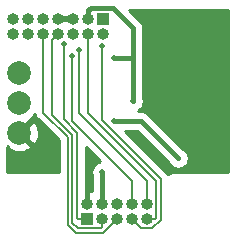
<source format=gbl>
G04 #@! TF.GenerationSoftware,KiCad,Pcbnew,(5.1.5-0-10_14)*
G04 #@! TF.CreationDate,2020-04-26T19:43:23+09:00*
G04 #@! TF.ProjectId,STM32DebugConnector,53544d33-3244-4656-9275-67436f6e6e65,1.0*
G04 #@! TF.SameCoordinates,Original*
G04 #@! TF.FileFunction,Copper,L2,Bot*
G04 #@! TF.FilePolarity,Positive*
%FSLAX46Y46*%
G04 Gerber Fmt 4.6, Leading zero omitted, Abs format (unit mm)*
G04 Created by KiCad (PCBNEW (5.1.5-0-10_14)) date 2020-04-26 19:43:23*
%MOMM*%
%LPD*%
G04 APERTURE LIST*
%ADD10C,2.000000*%
%ADD11O,1.000000X1.000000*%
%ADD12R,1.000000X1.000000*%
%ADD13C,0.508000*%
%ADD14C,0.406400*%
%ADD15C,0.203200*%
%ADD16C,0.254000*%
G04 APERTURE END LIST*
D10*
X128695200Y-87017000D03*
X128695200Y-84477000D03*
X128695200Y-81937000D03*
D11*
X128187200Y-78635000D03*
X128187200Y-77365000D03*
X129457200Y-78635000D03*
X129457200Y-77365000D03*
X130727200Y-78635000D03*
X130727200Y-77365000D03*
X131997200Y-78635000D03*
X131997200Y-77365000D03*
X133267200Y-78635000D03*
X133267200Y-77365000D03*
X134537200Y-78635000D03*
X134537200Y-77365000D03*
X135807200Y-78635000D03*
D12*
X135807200Y-77365000D03*
D11*
X139477200Y-93031000D03*
X139477200Y-94301000D03*
X138207200Y-93031000D03*
X138207200Y-94301000D03*
X136937200Y-93031000D03*
X136937200Y-94301000D03*
X135667200Y-93031000D03*
X135667200Y-94301000D03*
X134397200Y-93031000D03*
D12*
X134397200Y-94301000D03*
D13*
X140403610Y-83632410D03*
X141767200Y-77501000D03*
X135680200Y-90319000D03*
X138347200Y-84350000D03*
X136696200Y-80667000D03*
X142157200Y-89176000D03*
X136696200Y-86001000D03*
X133775200Y-80032000D03*
X133140200Y-80540000D03*
X135680200Y-79651000D03*
X132446000Y-79524000D03*
D14*
X141767200Y-82268820D02*
X140403610Y-83632410D01*
X141767200Y-77501000D02*
X141767200Y-82268820D01*
X135667200Y-90332000D02*
X135680200Y-90319000D01*
X135667200Y-93031000D02*
X135667200Y-90332000D01*
X136632321Y-76458599D02*
X134736495Y-76458599D01*
X134736495Y-76458599D02*
X134537200Y-76657894D01*
X138347200Y-78173478D02*
X136632321Y-76458599D01*
X134537200Y-76657894D02*
X134537200Y-77365000D01*
X136696200Y-80667000D02*
X138347200Y-80667000D01*
X138347200Y-80667000D02*
X138347200Y-78173478D01*
X138347200Y-84350000D02*
X138347200Y-80667000D01*
X138982200Y-86001000D02*
X136696200Y-86001000D01*
X142157200Y-89176000D02*
X138982200Y-86001000D01*
D15*
X133775200Y-84096000D02*
X133775200Y-80032000D01*
X139490200Y-92310894D02*
X139490200Y-91081000D01*
X133775200Y-85366000D02*
X133775200Y-84096000D01*
X139490200Y-91081000D02*
X133775200Y-85366000D01*
X139477200Y-92323894D02*
X139490200Y-92310894D01*
X139477200Y-93031000D02*
X139477200Y-92323894D01*
X140282001Y-94203305D02*
X140282001Y-91110801D01*
X140184306Y-94301000D02*
X140282001Y-94203305D01*
X139477200Y-94301000D02*
X140184306Y-94301000D01*
X134537200Y-85366000D02*
X134537200Y-78635000D01*
X140282001Y-91110801D02*
X134537200Y-85366000D01*
X138207200Y-91068000D02*
X133140200Y-86001000D01*
X138207200Y-93031000D02*
X138207200Y-91068000D01*
X133140200Y-86001000D02*
X133140200Y-80540000D01*
X139954255Y-95105801D02*
X140688411Y-94371645D01*
X139012001Y-95105801D02*
X139954255Y-95105801D01*
X138207200Y-94301000D02*
X139012001Y-95105801D01*
X140688411Y-94371645D02*
X140688411Y-91081000D01*
X140688411Y-91081000D02*
X140688410Y-90942460D01*
X140688410Y-90942460D02*
X135713575Y-85967625D01*
X135713575Y-79684375D02*
X135680200Y-79651000D01*
X135713575Y-85967625D02*
X135713575Y-79684375D01*
X133485019Y-95512211D02*
X132779579Y-94806771D01*
X135737845Y-95512211D02*
X133485019Y-95512211D01*
X136937200Y-94301000D02*
X136937200Y-94312856D01*
X136937200Y-94312856D02*
X135737845Y-95512211D01*
X132779579Y-94806771D02*
X132779579Y-87364629D01*
X130727200Y-85312250D02*
X130727200Y-78635000D01*
X132779579Y-87364629D02*
X130727200Y-85312250D01*
X133653359Y-95105801D02*
X133185989Y-94638431D01*
X133185989Y-94638431D02*
X133185989Y-87196289D01*
X135667200Y-95008106D02*
X135569505Y-95105801D01*
X135569505Y-95105801D02*
X133653359Y-95105801D01*
X135667200Y-94301000D02*
X135667200Y-95008106D01*
X131497201Y-79134999D02*
X131997200Y-78635000D01*
X131497201Y-85507501D02*
X131497201Y-79134999D01*
X133185989Y-87196289D02*
X131497201Y-85507501D01*
X133592399Y-94199399D02*
X133592399Y-87027949D01*
X133592399Y-87027949D02*
X132446000Y-85881550D01*
X133694000Y-94301000D02*
X133592399Y-94199399D01*
X134397200Y-94301000D02*
X133694000Y-94301000D01*
X132446000Y-85881550D02*
X132446000Y-79524000D01*
D16*
G36*
X135538300Y-89440809D02*
G01*
X135420888Y-89464164D01*
X135259101Y-89531179D01*
X135113496Y-89628469D01*
X134989669Y-89752296D01*
X134892379Y-89897901D01*
X134825364Y-90059688D01*
X134791200Y-90231441D01*
X134791200Y-90406559D01*
X134825364Y-90578312D01*
X134829001Y-90587092D01*
X134829000Y-91986840D01*
X134754064Y-91953554D01*
X134699074Y-91936881D01*
X134524200Y-92063046D01*
X134524200Y-92904000D01*
X134535226Y-92904000D01*
X134532200Y-92919212D01*
X134532200Y-93142788D01*
X134535226Y-93158000D01*
X134524200Y-93158000D01*
X134524200Y-93162928D01*
X134328999Y-93162928D01*
X134328999Y-88231508D01*
X135538300Y-89440809D01*
G37*
X135538300Y-89440809D02*
X135420888Y-89464164D01*
X135259101Y-89531179D01*
X135113496Y-89628469D01*
X134989669Y-89752296D01*
X134892379Y-89897901D01*
X134825364Y-90059688D01*
X134791200Y-90231441D01*
X134791200Y-90406559D01*
X134825364Y-90578312D01*
X134829001Y-90587092D01*
X134829000Y-91986840D01*
X134754064Y-91953554D01*
X134699074Y-91936881D01*
X134524200Y-92063046D01*
X134524200Y-92904000D01*
X134535226Y-92904000D01*
X134532200Y-92919212D01*
X134532200Y-93142788D01*
X134535226Y-93158000D01*
X134524200Y-93158000D01*
X134524200Y-93162928D01*
X134328999Y-93162928D01*
X134328999Y-88231508D01*
X135538300Y-89440809D01*
G36*
X146337323Y-90340876D02*
G01*
X141732482Y-90340006D01*
X141700000Y-90336807D01*
X141633951Y-90343312D01*
X141570740Y-90349526D01*
X141570682Y-90349544D01*
X141570617Y-90349550D01*
X141504815Y-90369511D01*
X141446323Y-90387243D01*
X141446272Y-90387270D01*
X141446207Y-90387290D01*
X141384617Y-90420210D01*
X141331655Y-90448506D01*
X141331610Y-90448543D01*
X141331550Y-90448575D01*
X141277937Y-90492574D01*
X141274446Y-90495438D01*
X141234852Y-90447192D01*
X141234845Y-90447185D01*
X141211781Y-90419082D01*
X141183683Y-90396023D01*
X137626859Y-86839200D01*
X138635007Y-86839200D01*
X141352743Y-89556937D01*
X141369379Y-89597099D01*
X141466669Y-89742704D01*
X141590496Y-89866531D01*
X141736101Y-89963821D01*
X141897888Y-90030836D01*
X142069641Y-90065000D01*
X142244759Y-90065000D01*
X142416512Y-90030836D01*
X142578299Y-89963821D01*
X142723904Y-89866531D01*
X142847731Y-89742704D01*
X142945021Y-89597099D01*
X143012036Y-89435312D01*
X143046200Y-89263559D01*
X143046200Y-89088441D01*
X143012036Y-88916688D01*
X142945021Y-88754901D01*
X142847731Y-88609296D01*
X142723904Y-88485469D01*
X142578299Y-88388179D01*
X142538137Y-88371543D01*
X139604011Y-85437418D01*
X139577764Y-85405436D01*
X139450132Y-85300691D01*
X139304517Y-85222858D01*
X139146516Y-85174929D01*
X139023370Y-85162800D01*
X139023363Y-85162800D01*
X138982200Y-85158746D01*
X138941037Y-85162800D01*
X138707995Y-85162800D01*
X138768299Y-85137821D01*
X138913904Y-85040531D01*
X139037731Y-84916704D01*
X139135021Y-84771099D01*
X139202036Y-84609312D01*
X139236200Y-84437559D01*
X139236200Y-84262441D01*
X139202036Y-84090688D01*
X139185400Y-84050526D01*
X139185400Y-80708169D01*
X139189455Y-80667000D01*
X139185400Y-80625830D01*
X139185400Y-78214640D01*
X139189454Y-78173477D01*
X139185400Y-78132314D01*
X139185400Y-78132308D01*
X139173271Y-78009162D01*
X139125342Y-77851161D01*
X139047509Y-77705546D01*
X138942764Y-77577914D01*
X138910788Y-77551672D01*
X138019564Y-76660448D01*
X146339878Y-76660033D01*
X146337323Y-90340876D01*
G37*
X146337323Y-90340876D02*
X141732482Y-90340006D01*
X141700000Y-90336807D01*
X141633951Y-90343312D01*
X141570740Y-90349526D01*
X141570682Y-90349544D01*
X141570617Y-90349550D01*
X141504815Y-90369511D01*
X141446323Y-90387243D01*
X141446272Y-90387270D01*
X141446207Y-90387290D01*
X141384617Y-90420210D01*
X141331655Y-90448506D01*
X141331610Y-90448543D01*
X141331550Y-90448575D01*
X141277937Y-90492574D01*
X141274446Y-90495438D01*
X141234852Y-90447192D01*
X141234845Y-90447185D01*
X141211781Y-90419082D01*
X141183683Y-90396023D01*
X137626859Y-86839200D01*
X138635007Y-86839200D01*
X141352743Y-89556937D01*
X141369379Y-89597099D01*
X141466669Y-89742704D01*
X141590496Y-89866531D01*
X141736101Y-89963821D01*
X141897888Y-90030836D01*
X142069641Y-90065000D01*
X142244759Y-90065000D01*
X142416512Y-90030836D01*
X142578299Y-89963821D01*
X142723904Y-89866531D01*
X142847731Y-89742704D01*
X142945021Y-89597099D01*
X143012036Y-89435312D01*
X143046200Y-89263559D01*
X143046200Y-89088441D01*
X143012036Y-88916688D01*
X142945021Y-88754901D01*
X142847731Y-88609296D01*
X142723904Y-88485469D01*
X142578299Y-88388179D01*
X142538137Y-88371543D01*
X139604011Y-85437418D01*
X139577764Y-85405436D01*
X139450132Y-85300691D01*
X139304517Y-85222858D01*
X139146516Y-85174929D01*
X139023370Y-85162800D01*
X139023363Y-85162800D01*
X138982200Y-85158746D01*
X138941037Y-85162800D01*
X138707995Y-85162800D01*
X138768299Y-85137821D01*
X138913904Y-85040531D01*
X139037731Y-84916704D01*
X139135021Y-84771099D01*
X139202036Y-84609312D01*
X139236200Y-84437559D01*
X139236200Y-84262441D01*
X139202036Y-84090688D01*
X139185400Y-84050526D01*
X139185400Y-80708169D01*
X139189455Y-80667000D01*
X139185400Y-80625830D01*
X139185400Y-78214640D01*
X139189454Y-78173477D01*
X139185400Y-78132314D01*
X139185400Y-78132308D01*
X139173271Y-78009162D01*
X139125342Y-77851161D01*
X139047509Y-77705546D01*
X138942764Y-77577914D01*
X138910788Y-77551672D01*
X138019564Y-76660448D01*
X146339878Y-76660033D01*
X146337323Y-90340876D01*
G36*
X130043378Y-85595498D02*
G01*
X130111776Y-85723462D01*
X130203825Y-85835624D01*
X130231932Y-85858691D01*
X132042980Y-87669740D01*
X132042980Y-90340049D01*
X127657200Y-90340876D01*
X127657200Y-88234608D01*
X127739393Y-88152415D01*
X127835156Y-88416814D01*
X128124771Y-88557704D01*
X128436308Y-88639384D01*
X128757795Y-88658718D01*
X129076875Y-88614961D01*
X129381288Y-88509795D01*
X129555244Y-88416814D01*
X129651008Y-88152413D01*
X128695200Y-87196605D01*
X128681058Y-87210748D01*
X128501453Y-87031143D01*
X128515595Y-87017000D01*
X128874805Y-87017000D01*
X129830613Y-87972808D01*
X130095014Y-87877044D01*
X130235904Y-87587429D01*
X130317584Y-87275892D01*
X130336918Y-86954405D01*
X130293161Y-86635325D01*
X130187995Y-86330912D01*
X130095014Y-86156956D01*
X129830613Y-86061192D01*
X128874805Y-87017000D01*
X128515595Y-87017000D01*
X128501453Y-87002858D01*
X128681058Y-86823253D01*
X128695200Y-86837395D01*
X129651008Y-85881587D01*
X129628600Y-85819720D01*
X129737452Y-85746987D01*
X129965187Y-85519252D01*
X130003056Y-85462576D01*
X130043378Y-85595498D01*
G37*
X130043378Y-85595498D02*
X130111776Y-85723462D01*
X130203825Y-85835624D01*
X130231932Y-85858691D01*
X132042980Y-87669740D01*
X132042980Y-90340049D01*
X127657200Y-90340876D01*
X127657200Y-88234608D01*
X127739393Y-88152415D01*
X127835156Y-88416814D01*
X128124771Y-88557704D01*
X128436308Y-88639384D01*
X128757795Y-88658718D01*
X129076875Y-88614961D01*
X129381288Y-88509795D01*
X129555244Y-88416814D01*
X129651008Y-88152413D01*
X128695200Y-87196605D01*
X128681058Y-87210748D01*
X128501453Y-87031143D01*
X128515595Y-87017000D01*
X128874805Y-87017000D01*
X129830613Y-87972808D01*
X130095014Y-87877044D01*
X130235904Y-87587429D01*
X130317584Y-87275892D01*
X130336918Y-86954405D01*
X130293161Y-86635325D01*
X130187995Y-86330912D01*
X130095014Y-86156956D01*
X129830613Y-86061192D01*
X128874805Y-87017000D01*
X128515595Y-87017000D01*
X128501453Y-87002858D01*
X128681058Y-86823253D01*
X128695200Y-86837395D01*
X129651008Y-85881587D01*
X129628600Y-85819720D01*
X129737452Y-85746987D01*
X129965187Y-85519252D01*
X130003056Y-85462576D01*
X130043378Y-85595498D01*
G36*
X132124200Y-77238000D02*
G01*
X133140200Y-77238000D01*
X133140200Y-77218000D01*
X133394200Y-77218000D01*
X133394200Y-77238000D01*
X133405226Y-77238000D01*
X133402200Y-77253212D01*
X133402200Y-77476788D01*
X133405226Y-77492000D01*
X133394200Y-77492000D01*
X133394200Y-77503026D01*
X133378988Y-77500000D01*
X133155412Y-77500000D01*
X133140200Y-77503026D01*
X133140200Y-77492000D01*
X132124200Y-77492000D01*
X132124200Y-77503026D01*
X132108988Y-77500000D01*
X131885412Y-77500000D01*
X131870200Y-77503026D01*
X131870200Y-77492000D01*
X131859174Y-77492000D01*
X131862200Y-77476788D01*
X131862200Y-77253212D01*
X131859174Y-77238000D01*
X131870200Y-77238000D01*
X131870200Y-77218000D01*
X132124200Y-77218000D01*
X132124200Y-77238000D01*
G37*
X132124200Y-77238000D02*
X133140200Y-77238000D01*
X133140200Y-77218000D01*
X133394200Y-77218000D01*
X133394200Y-77238000D01*
X133405226Y-77238000D01*
X133402200Y-77253212D01*
X133402200Y-77476788D01*
X133405226Y-77492000D01*
X133394200Y-77492000D01*
X133394200Y-77503026D01*
X133378988Y-77500000D01*
X133155412Y-77500000D01*
X133140200Y-77503026D01*
X133140200Y-77492000D01*
X132124200Y-77492000D01*
X132124200Y-77503026D01*
X132108988Y-77500000D01*
X131885412Y-77500000D01*
X131870200Y-77503026D01*
X131870200Y-77492000D01*
X131859174Y-77492000D01*
X131862200Y-77476788D01*
X131862200Y-77253212D01*
X131859174Y-77238000D01*
X131870200Y-77238000D01*
X131870200Y-77218000D01*
X132124200Y-77218000D01*
X132124200Y-77238000D01*
G36*
X129584200Y-77238000D02*
G01*
X129595226Y-77238000D01*
X129592200Y-77253212D01*
X129592200Y-77476788D01*
X129595226Y-77492000D01*
X129584200Y-77492000D01*
X129584200Y-77503026D01*
X129568988Y-77500000D01*
X129345412Y-77500000D01*
X129330200Y-77503026D01*
X129330200Y-77492000D01*
X129319174Y-77492000D01*
X129322200Y-77476788D01*
X129322200Y-77253212D01*
X129319174Y-77238000D01*
X129330200Y-77238000D01*
X129330200Y-77218000D01*
X129584200Y-77218000D01*
X129584200Y-77238000D01*
G37*
X129584200Y-77238000D02*
X129595226Y-77238000D01*
X129592200Y-77253212D01*
X129592200Y-77476788D01*
X129595226Y-77492000D01*
X129584200Y-77492000D01*
X129584200Y-77503026D01*
X129568988Y-77500000D01*
X129345412Y-77500000D01*
X129330200Y-77503026D01*
X129330200Y-77492000D01*
X129319174Y-77492000D01*
X129322200Y-77476788D01*
X129322200Y-77253212D01*
X129319174Y-77238000D01*
X129330200Y-77238000D01*
X129330200Y-77218000D01*
X129584200Y-77218000D01*
X129584200Y-77238000D01*
M02*

</source>
